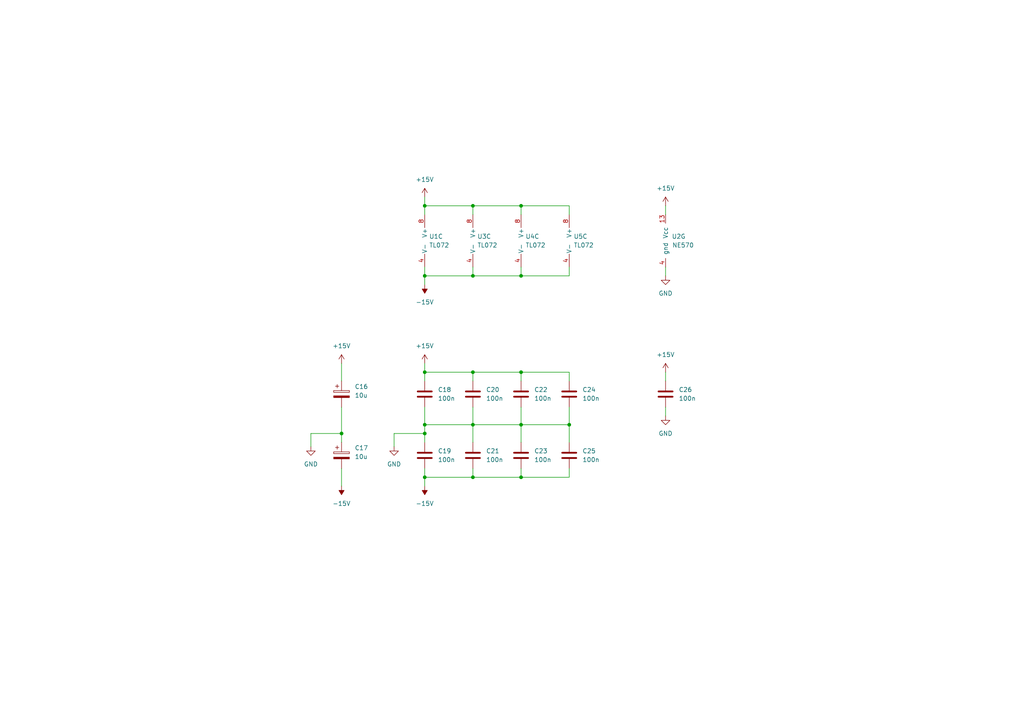
<source format=kicad_sch>
(kicad_sch (version 20211123) (generator eeschema)
  (paper "A4")
  (title_block (title "M.S.M. Stereo Lowpass Filter Pedal") (date "2022-05-20") (rev "0") (comment 2 "creativecommons.org/licenses/by/4.0") (comment 3 "License: CC by 4.0") (comment 4 "Author: Jordan Aceto"))
  (lib_symbols
    (symbol "Amplifier_Operational:TL072" (pin_names (offset 0.127))
      (property "Reference" "U" (at 0 5.08 0))
      (property "Value" "TL072" (at 0 -5.08 0))
      (symbol "TL072_1_1"
        (polyline (pts (xy -5.08 5.08) (xy 5.08 0) (xy -5.08 -5.08) (xy -5.08 5.08)) (stroke (width 0.254)) (fill (type background)))
        (pin output line (at 7.62 0 180) (length 2.54) (name "~") (number "1"))
        (pin input line (at -7.62 -2.54 0) (length 2.54) (name "-") (number "2"))
        (pin input line (at -7.62 2.54 0) (length 2.54) (name "+") (number "3"))
      )
      (symbol "TL072_2_1"
        (polyline (pts (xy -5.08 5.08) (xy 5.08 0) (xy -5.08 -5.08) (xy -5.08 5.08)) (stroke (width 0.254)) (fill (type background)))
        (pin input line (at -7.62 2.54 0) (length 2.54) (name "+") (number "5"))
        (pin input line (at -7.62 -2.54 0) (length 2.54) (name "-") (number "6"))
        (pin output line (at 7.62 0 180) (length 2.54) (name "~") (number "7"))
      )
      (symbol "TL072_3_1"
        (pin power_in line (at -2.54 -7.62 90) (length 3.81) (name "V-") (number "4"))
        (pin power_in line (at -2.54 7.62 270) (length 3.81) (name "V+") (number "8"))
      )
    )
    (symbol "Device:C" (pin_numbers hide) (pin_names (offset 0.254))
      (property "Reference" "C" (at 0.635 2.54 0))
      (property "Value" "C" (at 0.635 -2.54 0))
      (symbol "C_0_1"
        (polyline (pts (xy -2.032 -0.762) (xy 2.032 -0.762)) (stroke (width 0.508)))
        (polyline (pts (xy -2.032 0.762) (xy 2.032 0.762)) (stroke (width 0.508)))
      )
      (symbol "C_1_1"
        (pin passive line (at 0 3.81 270) (length 2.794) (name "~") (number "1"))
        (pin passive line (at 0 -3.81 90) (length 2.794) (name "~") (number "2"))
      )
    )
    (symbol "Device:C_Polarized" (pin_numbers hide) (pin_names (offset 0.254))
      (property "Reference" "C" (at 0.635 2.54 0))
      (property "Value" "C_Polarized" (at 0.635 -2.54 0))
      (symbol "C_Polarized_0_1"
        (rectangle (start -2.286 0.508) (end 2.286 1.016))
        (polyline (pts (xy -1.778 2.286) (xy -0.762 2.286)))
        (polyline (pts (xy -1.27 2.794) (xy -1.27 1.778)))
        (rectangle (start 2.286 -0.508) (end -2.286 -1.016) (fill (type outline)))
      )
      (symbol "C_Polarized_1_1"
        (pin passive line (at 0 3.81 270) (length 2.794) (name "~") (number "1"))
        (pin passive line (at 0 -3.81 90) (length 2.794) (name "~") (number "2"))
      )
    )
    (symbol "custom_symbols:NE570" (pin_names (offset 1.016))
      (property "Reference" "U2" (at 0.8382 9.271 0))
      (property "Value" "NE570" (at 0.8382 6.9596 0))
      (symbol "NE570_1_0"
        (polyline (pts (xy 0 0) (xy 2.54 0)))
        (text "20k" (at -2.54 0 0) (effects (font (size 1.27 1.27))))
      )
      (symbol "NE570_1_1"
        (rectangle (start -7.62 5.08) (end 8.89 -5.08) (fill (type background)))
        (polyline (pts (xy 2.54 -1.27) (xy 3.81 1.27) (xy 5.08 -1.27) (xy 2.54 -1.27)))
        (polyline (pts (xy -7.62 0) (xy -5.08 0) (xy -5.08 1.27) (xy 0 1.27) (xy 0 -1.27) (xy -5.08 -1.27) (xy -5.08 0)))
        (text "G" (at 6.35 0 0) (effects (font (size 1.27 1.27))))
        (pin input line (at -10.16 0 0) (length 2.54) (name "~") (number "3"))
      )
      (symbol "NE570_2_1"
        (rectangle (start -7.62 5.08) (end 8.89 -5.08) (fill (type background)))
        (polyline (pts (xy 5.08 0) (xy 6.35 0)))
        (polyline (pts (xy 5.08 1.27) (xy 5.08 -1.27)))
        (polyline (pts (xy 0 0) (xy 2.54 0) (xy 2.54 1.27) (xy 5.08 0) (xy 2.54 -1.27) (xy 2.54 0) (xy 2.54 -1.27)))
        (polyline (pts (xy -7.62 0) (xy -5.08 0) (xy -5.08 1.27) (xy -1.27 1.27) (xy 0 1.27) (xy 0 -1.27) (xy -5.08 -1.27) (xy -5.08 0)))
        (text "10k" (at -2.54 0 0) (effects (font (size 1.27 1.27))))
        (pin input line (at 0 -7.62 90) (length 2.54) (name "~") (number "1"))
        (pin input line (at -10.16 0 0) (length 2.54) (name "~") (number "2"))
      )
      (symbol "NE570_3_1"
        (rectangle (start -16.51 -13.97) (end 13.97 13.97) (fill (type background)))
        (polyline (pts (xy -12.7 10.16) (xy -12.7 13.97)))
        (polyline (pts (xy -7.62 2.54) (xy -7.62 13.97)))
        (polyline (pts (xy -1.905 -2.54) (xy -0.635 -2.54)))
        (polyline (pts (xy -1.905 2.54) (xy -0.635 2.54)))
        (polyline (pts (xy -1.27 -3.175) (xy -1.27 -1.905)))
        (polyline (pts (xy 7.62 0) (xy 10.16 0)))
        (polyline (pts (xy 10.16 0) (xy 13.97 0)))
        (polyline (pts (xy -2.54 -2.54) (xy -6.35 -2.54) (xy -6.35 -8.89)))
        (polyline (pts (xy -2.54 5.08) (xy -2.54 -5.08) (xy 7.62 0) (xy -2.54 5.08)))
        (polyline (pts (xy -12.7 -6.35) (xy -12.7 -8.89) (xy -13.97 -8.89) (xy -12.7 -10.16) (xy -11.43 -8.89) (xy -12.7 -8.89)))
        (polyline (pts (xy -12.7 2.54) (xy -12.7 5.08) (xy -13.97 5.08) (xy -13.97 10.16) (xy -11.43 10.16) (xy -11.43 5.08) (xy -12.7 5.08)))
        (polyline (pts (xy -2.54 2.54) (xy -12.7 2.54) (xy -12.7 -1.27) (xy -13.97 -1.27) (xy -13.97 -6.35) (xy -11.43 -6.35) (xy -11.43 -1.27) (xy -12.7 -1.27)))
        (text "20k" (at -12.7 7.62 900) (effects (font (size 1.27 1.27))))
        (text "30k" (at -12.7 -3.81 900) (effects (font (size 1.27 1.27))))
        (text "Vref" (at -6.35 -10.16 0) (effects (font (size 1.27 1.27))))
        (pin input line (at -7.62 16.51 270) (length 2.54) (name "~") (number "5"))
        (pin input line (at -12.7 16.51 270) (length 2.54) (name "~") (number "6"))
        (pin output line (at 16.51 0 180) (length 2.54) (name "~") (number "7"))
        (pin input line (at 0 -16.51 90) (length 2.54) (name "~") (number "8"))
      )
      (symbol "NE570_4_0"
        (polyline (pts (xy -7.62 0) (xy -5.08 0) (xy -5.08 1.27) (xy 0 1.27) (xy 0 -1.27) (xy -5.08 -1.27) (xy -5.08 0)))
      )
      (symbol "NE570_4_1"
        (rectangle (start -7.62 5.08) (end 8.89 -5.08) (fill (type background)))
        (polyline (pts (xy 0 0) (xy 2.54 0)))
        (polyline (pts (xy 2.54 -1.27) (xy 3.81 1.27) (xy 5.08 -1.27) (xy 2.54 -1.27)))
        (polyline (pts (xy -7.62 0) (xy -5.08 0) (xy -5.08 1.27) (xy 0 1.27) (xy 0 -1.27) (xy -5.08 -1.27) (xy -5.08 0)))
        (text "20k" (at -2.54 0 0) (effects (font (size 1.27 1.27))))
        (text "G" (at 6.35 0 0) (effects (font (size 1.27 1.27))))
        (pin input line (at -10.16 0 0) (length 2.54) (name "~") (number "14"))
      )
      (symbol "NE570_5_1"
        (rectangle (start -7.62 5.08) (end 8.89 -5.08) (fill (type background)))
        (polyline (pts (xy 5.08 0) (xy 6.35 0)))
        (polyline (pts (xy 5.08 1.27) (xy 5.08 -1.27)))
        (polyline (pts (xy 0 0) (xy 2.54 0) (xy 2.54 1.27) (xy 5.08 0) (xy 2.54 -1.27) (xy 2.54 0) (xy 2.54 -1.27)))
        (polyline (pts (xy -7.62 0) (xy -5.08 0) (xy -5.08 1.27) (xy -1.27 1.27) (xy 0 1.27) (xy 0 -1.27) (xy -5.08 -1.27) (xy -5.08 0)))
        (text "10k" (at -2.54 0 0) (effects (font (size 1.27 1.27))))
        (pin input line (at -10.16 0 0) (length 2.54) (name "~") (number "15"))
        (pin input line (at 0 -7.62 90) (length 2.54) (name "~") (number "16"))
      )
      (symbol "NE570_6_1"
        (rectangle (start -16.51 -13.97) (end 13.97 13.97) (fill (type background)))
        (polyline (pts (xy -12.7 10.16) (xy -12.7 13.97)))
        (polyline (pts (xy -7.62 2.54) (xy -7.62 13.97)))
        (polyline (pts (xy -1.905 -2.54) (xy -0.635 -2.54)))
        (polyline (pts (xy -1.905 2.54) (xy -0.635 2.54)))
        (polyline (pts (xy -1.27 -3.175) (xy -1.27 -1.905)))
        (polyline (pts (xy 7.62 0) (xy 13.97 0)))
        (polyline (pts (xy -2.54 -2.54) (xy -6.35 -2.54) (xy -6.35 -8.89)))
        (polyline (pts (xy -2.54 5.08) (xy -2.54 -5.08) (xy 7.62 0) (xy -2.54 5.08)))
        (polyline (pts (xy -12.7 -6.35) (xy -12.7 -8.89) (xy -13.97 -8.89) (xy -12.7 -10.16) (xy -11.43 -8.89) (xy -12.7 -8.89)))
        (polyline (pts (xy -12.7 2.54) (xy -12.7 5.08) (xy -13.97 5.08) (xy -13.97 10.16) (xy -11.43 10.16) (xy -11.43 5.08) (xy -12.7 5.08)))
        (polyline (pts (xy -2.54 2.54) (xy -12.7 2.54) (xy -12.7 -1.27) (xy -13.97 -1.27) (xy -13.97 -6.35) (xy -11.43 -6.35) (xy -11.43 -1.27) (xy -12.7 -1.27)))
        (text "20k" (at -12.7 7.62 900) (effects (font (size 1.27 1.27))))
        (text "30k" (at -12.7 -3.81 900) (effects (font (size 1.27 1.27))))
        (text "Vref" (at -6.35 -10.16 0) (effects (font (size 1.27 1.27))))
        (pin output line (at 16.51 0 180) (length 2.54) (name "~") (number "10"))
        (pin input line (at -12.7 16.51 270) (length 2.54) (name "~") (number "11"))
        (pin input line (at -7.62 16.51 270) (length 2.54) (name "~") (number "12"))
        (pin input line (at 0 -16.51 90) (length 2.54) (name "~") (number "9"))
      )
      (symbol "NE570_7_1"
        (pin power_in line (at 0 7.62 270) (length 2.54) (name "Vcc") (number "13"))
        (pin power_in line (at 0 -7.62 90) (length 2.54) (name "gnd") (number "4"))
      )
    )
    (symbol "power:+15V" (power) (pin_names (offset 0))
      (property "Value" "+15V" (at 0 3.556 0))
      (symbol "+15V_0_1"
        (polyline (pts (xy -0.762 1.27) (xy 0 2.54)))
        (polyline (pts (xy 0 0) (xy 0 2.54)))
        (polyline (pts (xy 0 2.54) (xy 0.762 1.27)))
      )
      (symbol "+15V_1_1"
        (pin power_in line (at 0 0 90) (length 0) hide (name "+15V") (number "1"))
      )
    )
    (symbol "power:-15V" (power) (pin_names (offset 0))
      (property "Value" "-15V" (at 0 3.81 0))
      (symbol "-15V_0_0"
        (pin power_in line (at 0 0 90) (length 0) hide (name "-15V") (number "1"))
      )
      (symbol "-15V_0_1"
        (polyline (pts (xy 0 0) (xy 0 1.27) (xy 0.762 1.27) (xy 0 2.54) (xy -0.762 1.27) (xy 0 1.27)) (fill (type outline)))
      )
    )
    (symbol "power:GND" (power) (pin_names (offset 0))
      (property "Value" "GND" (at 0 -3.81 0))
      (symbol "GND_0_1"
        (polyline (pts (xy 0 0) (xy 0 -1.27) (xy 1.27 -1.27) (xy 0 -2.54) (xy -1.27 -1.27) (xy 0 -1.27)))
      )
      (symbol "GND_1_1"
        (pin power_in line (at 0 0 270) (length 0) hide (name "GND") (number "1"))
      )
    )
  )
  (junction (at 151.13 123.19))
  (junction (at 123.19 138.43))
  (junction (at 137.16 80.01))
  (junction (at 151.13 107.95))
  (junction (at 137.16 138.43))
  (junction (at 123.19 123.19))
  (junction (at 123.19 107.95))
  (junction (at 137.16 59.69))
  (junction (at 99.06 125.73))
  (junction (at 123.19 125.73))
  (junction (at 151.13 80.01))
  (junction (at 137.16 107.95))
  (junction (at 137.16 123.19))
  (junction (at 123.19 80.01))
  (junction (at 151.13 138.43))
  (junction (at 165.1 123.19))
  (junction (at 123.19 59.69))
  (junction (at 151.13 59.69))
  (wire (pts (xy 137.16 138.43) (xy 151.13 138.43)))
  (wire (pts (xy 99.06 105.41) (xy 99.06 110.49)))
  (wire (pts (xy 99.06 135.89) (xy 99.06 140.97)))
  (wire (pts (xy 123.19 118.11) (xy 123.19 123.19)))
  (wire (pts (xy 151.13 77.47) (xy 151.13 80.01)))
  (wire (pts (xy 99.06 118.11) (xy 99.06 125.73)))
  (wire (pts (xy 137.16 128.27) (xy 137.16 123.19)))
  (wire (pts (xy 151.13 123.19) (xy 151.13 118.11)))
  (wire (pts (xy 137.16 80.01) (xy 151.13 80.01)))
  (wire (pts (xy 123.19 80.01) (xy 137.16 80.01)))
  (wire (pts (xy 99.06 125.73) (xy 99.06 128.27)))
  (wire (pts (xy 137.16 80.01) (xy 137.16 77.47)))
  (wire (pts (xy 123.19 135.89) (xy 123.19 138.43)))
  (wire (pts (xy 90.17 125.73) (xy 99.06 125.73)))
  (wire (pts (xy 137.16 59.69) (xy 123.19 59.69)))
  (wire (pts (xy 123.19 80.01) (xy 123.19 82.55)))
  (wire (pts (xy 123.19 125.73) (xy 123.19 128.27)))
  (wire (pts (xy 151.13 59.69) (xy 165.1 59.69)))
  (wire (pts (xy 193.04 107.95) (xy 193.04 110.49)))
  (wire (pts (xy 151.13 107.95) (xy 151.13 110.49)))
  (wire (pts (xy 123.19 105.41) (xy 123.19 107.95)))
  (wire (pts (xy 193.04 118.11) (xy 193.04 120.65)))
  (wire (pts (xy 151.13 123.19) (xy 151.13 128.27)))
  (wire (pts (xy 123.19 138.43) (xy 123.19 140.97)))
  (wire (pts (xy 165.1 135.89) (xy 165.1 138.43)))
  (wire (pts (xy 165.1 118.11) (xy 165.1 123.19)))
  (wire (pts (xy 137.16 123.19) (xy 137.16 118.11)))
  (wire (pts (xy 123.19 77.47) (xy 123.19 80.01)))
  (wire (pts (xy 90.17 129.54) (xy 90.17 125.73)))
  (wire (pts (xy 165.1 59.69) (xy 165.1 62.23)))
  (wire (pts (xy 193.04 77.47) (xy 193.04 80.01)))
  (wire (pts (xy 137.16 138.43) (xy 137.16 135.89)))
  (wire (pts (xy 165.1 123.19) (xy 165.1 128.27)))
  (wire (pts (xy 193.04 59.69) (xy 193.04 62.23)))
  (wire (pts (xy 137.16 62.23) (xy 137.16 59.69)))
  (wire (pts (xy 165.1 107.95) (xy 165.1 110.49)))
  (wire (pts (xy 151.13 135.89) (xy 151.13 138.43)))
  (wire (pts (xy 151.13 80.01) (xy 165.1 80.01)))
  (wire (pts (xy 114.3 129.54) (xy 114.3 125.73)))
  (wire (pts (xy 137.16 59.69) (xy 151.13 59.69)))
  (wire (pts (xy 137.16 107.95) (xy 123.19 107.95)))
  (wire (pts (xy 151.13 138.43) (xy 165.1 138.43)))
  (wire (pts (xy 123.19 59.69) (xy 123.19 62.23)))
  (wire (pts (xy 137.16 107.95) (xy 151.13 107.95)))
  (wire (pts (xy 137.16 110.49) (xy 137.16 107.95)))
  (wire (pts (xy 151.13 123.19) (xy 165.1 123.19)))
  (wire (pts (xy 137.16 123.19) (xy 123.19 123.19)))
  (wire (pts (xy 137.16 123.19) (xy 151.13 123.19)))
  (wire (pts (xy 165.1 77.47) (xy 165.1 80.01)))
  (wire (pts (xy 151.13 107.95) (xy 165.1 107.95)))
  (wire (pts (xy 114.3 125.73) (xy 123.19 125.73)))
  (wire (pts (xy 123.19 57.15) (xy 123.19 59.69)))
  (wire (pts (xy 151.13 59.69) (xy 151.13 62.23)))
  (wire (pts (xy 123.19 123.19) (xy 123.19 125.73)))
  (wire (pts (xy 123.19 138.43) (xy 137.16 138.43)))
  (wire (pts (xy 123.19 107.95) (xy 123.19 110.49)))
  (symbol (lib_id "custom_symbols:NE570") (at 193.04 69.85 0) (mirror y) (unit 7)
    (property "Reference" "U2" (at 196.85 68.58 0))
    (property "Value" "NE570" (at 198.12 71.12 0))
    (property "Footprint" "Package_DIP:DIP-16_W7.62mm_Socket" (effects hide))
  )
  (symbol (lib_id "Device:C") (at 123.19 132.08 0) (unit 1)
    (property "Reference" "C19" (at 127 130.8099 0) (effects (justify left)))
    (property "Value" "100n" (at 127 133.3499 0) (effects (justify left)))
    (property "Footprint" "Capacitor_SMD:C_0805_2012Metric" (effects hide))
  )
  (symbol (lib_id "Device:C") (at 137.16 114.3 0) (unit 1)
    (property "Reference" "C20" (at 140.97 113.0299 0) (effects (justify left)))
    (property "Value" "100n" (at 140.97 115.5699 0) (effects (justify left)))
    (property "Footprint" "Capacitor_SMD:C_0805_2012Metric" (effects hide))
  )
  (symbol (lib_id "Device:C") (at 151.13 132.08 0) (unit 1)
    (property "Reference" "C23" (at 154.94 130.8099 0) (effects (justify left)))
    (property "Value" "100n" (at 154.94 133.3499 0) (effects (justify left)))
    (property "Footprint" "Capacitor_SMD:C_0805_2012Metric" (effects hide))
  )
  (symbol (lib_id "Device:C") (at 193.04 114.3 0) (unit 1)
    (property "Reference" "C26" (at 196.85 113.0299 0) (effects (justify left)))
    (property "Value" "100n" (at 196.85 115.5699 0) (effects (justify left)))
    (property "Footprint" "Capacitor_SMD:C_0805_2012Metric" (effects hide))
  )
  (symbol (lib_id "power:+15V") (at 123.19 105.41 0) (unit 1)
    (property "Reference" "#PWR011" (effects hide))
    (property "Value" "+15V" (at 123.19 100.33 0))
  )
  (symbol (lib_id "Device:C") (at 137.16 132.08 0) (unit 1)
    (property "Reference" "C21" (at 140.97 130.8099 0) (effects (justify left)))
    (property "Value" "100n" (at 140.97 133.3499 0) (effects (justify left)))
    (property "Footprint" "Capacitor_SMD:C_0805_2012Metric" (effects hide))
  )
  (symbol (lib_id "power:GND") (at 193.04 120.65 0) (unit 1)
    (property "Reference" "#PWR016" (effects hide))
    (property "Value" "GND" (at 193.04 125.73 0))
  )
  (symbol (lib_id "power:GND") (at 193.04 80.01 0) (unit 1)
    (property "Reference" "#PWR014" (effects hide))
    (property "Value" "GND" (at 193.04 85.09 0))
  )
  (symbol (lib_id "power:-15V") (at 99.06 140.97 180) (unit 1)
    (property "Reference" "#PWR07" (effects hide))
    (property "Value" "-15V" (at 99.06 146.05 0))
  )
  (symbol (lib_id "Amplifier_Operational:TL072") (at 153.67 69.85 0) (unit 3)
    (property "Reference" "U4" (at 152.4 68.5799 0) (effects (justify left)))
    (property "Value" "TL072" (at 152.4 71.1199 0) (effects (justify left)))
    (property "Footprint" "Package_SO:SOIC-8_3.9x4.9mm_P1.27mm" (effects hide))
    (property "Datasheet" "http://www.ti.com/lit/ds/symlink/tl071.pdf" (effects hide))
  )
  (symbol (lib_id "power:+15V") (at 99.06 105.41 0) (unit 1)
    (property "Reference" "#PWR06" (effects hide))
    (property "Value" "+15V" (at 99.06 100.33 0))
  )
  (symbol (lib_id "Amplifier_Operational:TL072") (at 139.7 69.85 0) (unit 3)
    (property "Reference" "U3" (at 138.43 68.5799 0) (effects (justify left)))
    (property "Value" "TL072" (at 138.43 71.1199 0) (effects (justify left)))
    (property "Footprint" "Package_SO:SOIC-8_3.9x4.9mm_P1.27mm" (effects hide))
    (property "Datasheet" "http://www.ti.com/lit/ds/symlink/tl071.pdf" (effects hide))
  )
  (symbol (lib_id "Device:C") (at 165.1 114.3 0) (unit 1)
    (property "Reference" "C24" (at 168.91 113.0299 0) (effects (justify left)))
    (property "Value" "100n" (at 168.91 115.5699 0) (effects (justify left)))
    (property "Footprint" "Capacitor_SMD:C_0805_2012Metric" (effects hide))
  )
  (symbol (lib_id "power:GND") (at 90.17 129.54 0) (unit 1)
    (property "Reference" "#PWR05" (effects hide))
    (property "Value" "GND" (at 90.17 134.62 0))
  )
  (symbol (lib_id "power:-15V") (at 123.19 82.55 180) (unit 1)
    (property "Reference" "#PWR010" (effects hide))
    (property "Value" "-15V" (at 123.19 87.63 0))
  )
  (symbol (lib_id "Device:C") (at 151.13 114.3 0) (unit 1)
    (property "Reference" "C22" (at 154.94 113.0299 0) (effects (justify left)))
    (property "Value" "100n" (at 154.94 115.5699 0) (effects (justify left)))
    (property "Footprint" "Capacitor_SMD:C_0805_2012Metric" (effects hide))
  )
  (symbol (lib_id "power:+15V") (at 193.04 107.95 0) (unit 1)
    (property "Reference" "#PWR015" (effects hide))
    (property "Value" "+15V" (at 193.04 102.87 0))
  )
  (symbol (lib_id "Device:C_Polarized") (at 99.06 132.08 0) (unit 1)
    (property "Reference" "C17" (at 102.87 129.9209 0) (effects (justify left)))
    (property "Value" "10u" (at 102.87 132.4609 0) (effects (justify left)))
    (property "Footprint" "Capacitor_THT:CP_Radial_D6.3mm_P2.50mm" (effects hide))
  )
  (symbol (lib_id "power:+15V") (at 193.04 59.69 0) (unit 1)
    (property "Reference" "#PWR013" (effects hide))
    (property "Value" "+15V" (at 193.04 54.61 0))
  )
  (symbol (lib_id "Amplifier_Operational:TL072") (at 167.64 69.85 0) (unit 3)
    (property "Reference" "U5" (at 166.37 68.5799 0) (effects (justify left)))
    (property "Value" "TL072" (at 166.37 71.1199 0) (effects (justify left)))
    (property "Footprint" "Package_SO:SOIC-8_3.9x4.9mm_P1.27mm" (effects hide))
    (property "Datasheet" "http://www.ti.com/lit/ds/symlink/tl071.pdf" (effects hide))
  )
  (symbol (lib_id "Amplifier_Operational:TL072") (at 125.73 69.85 0) (unit 3)
    (property "Reference" "U1" (at 124.46 68.5799 0) (effects (justify left)))
    (property "Value" "TL072" (at 124.46 71.1199 0) (effects (justify left)))
    (property "Footprint" "Package_SO:SOIC-8_3.9x4.9mm_P1.27mm" (effects hide))
    (property "Datasheet" "http://www.ti.com/lit/ds/symlink/tl071.pdf" (effects hide))
  )
  (symbol (lib_id "power:+15V") (at 123.19 57.15 0) (unit 1)
    (property "Reference" "#PWR09" (effects hide))
    (property "Value" "+15V" (at 123.19 52.07 0))
  )
  (symbol (lib_id "Device:C") (at 165.1 132.08 0) (unit 1)
    (property "Reference" "C25" (at 168.91 130.8099 0) (effects (justify left)))
    (property "Value" "100n" (at 168.91 133.3499 0) (effects (justify left)))
    (property "Footprint" "Capacitor_SMD:C_0805_2012Metric" (effects hide))
  )
  (symbol (lib_id "power:GND") (at 114.3 129.54 0) (unit 1)
    (property "Reference" "#PWR08" (effects hide))
    (property "Value" "GND" (at 114.3 134.62 0))
  )
  (symbol (lib_id "power:-15V") (at 123.19 140.97 180) (unit 1)
    (property "Reference" "#PWR012" (effects hide))
    (property "Value" "-15V" (at 123.19 146.05 0))
  )
  (symbol (lib_id "Device:C_Polarized") (at 99.06 114.3 0) (unit 1)
    (property "Reference" "C16" (at 102.87 112.1409 0) (effects (justify left)))
    (property "Value" "10u" (at 102.87 114.6809 0) (effects (justify left)))
    (property "Footprint" "Capacitor_THT:CP_Radial_D6.3mm_P2.50mm" (effects hide))
  )
  (symbol (lib_id "Device:C") (at 123.19 114.3 0) (unit 1)
    (property "Reference" "C18" (at 127 113.0299 0) (effects (justify left)))
    (property "Value" "100n" (at 127 115.5699 0) (effects (justify left)))
    (property "Footprint" "Capacitor_SMD:C_0805_2012Metric" (effects hide))
  )
)
</source>
